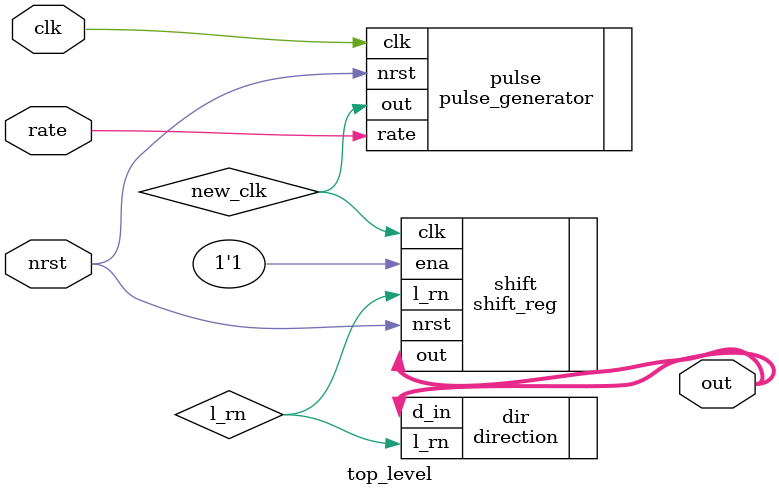
<source format=v>


`timescale 1ns / 1ps  // Define time scale in the Verilog file

`define PULSE_PER_CLOCKS 5000000  // Define the constant value


module top_level #(parameter N = 8) (out,clk,rate,nrst);
	input clk;
	input rate;
	input nrst;
	output [N-1:0] out;
	
	
	
	wire new_clk;
	wire l_rn;
	
	
	
	pulse_generator #(`PULSE_PER_CLOCKS) pulse(.out(new_clk),.clk(clk),.nrst(nrst),.rate(rate) );
	shift_reg #(N) shift(.out(out),.clk(new_clk),.nrst(nrst),.ena(1'b1),.l_rn(l_rn) );
	direction #(N) dir(.l_rn(l_rn),.d_in(out));

	
endmodule
	



</source>
